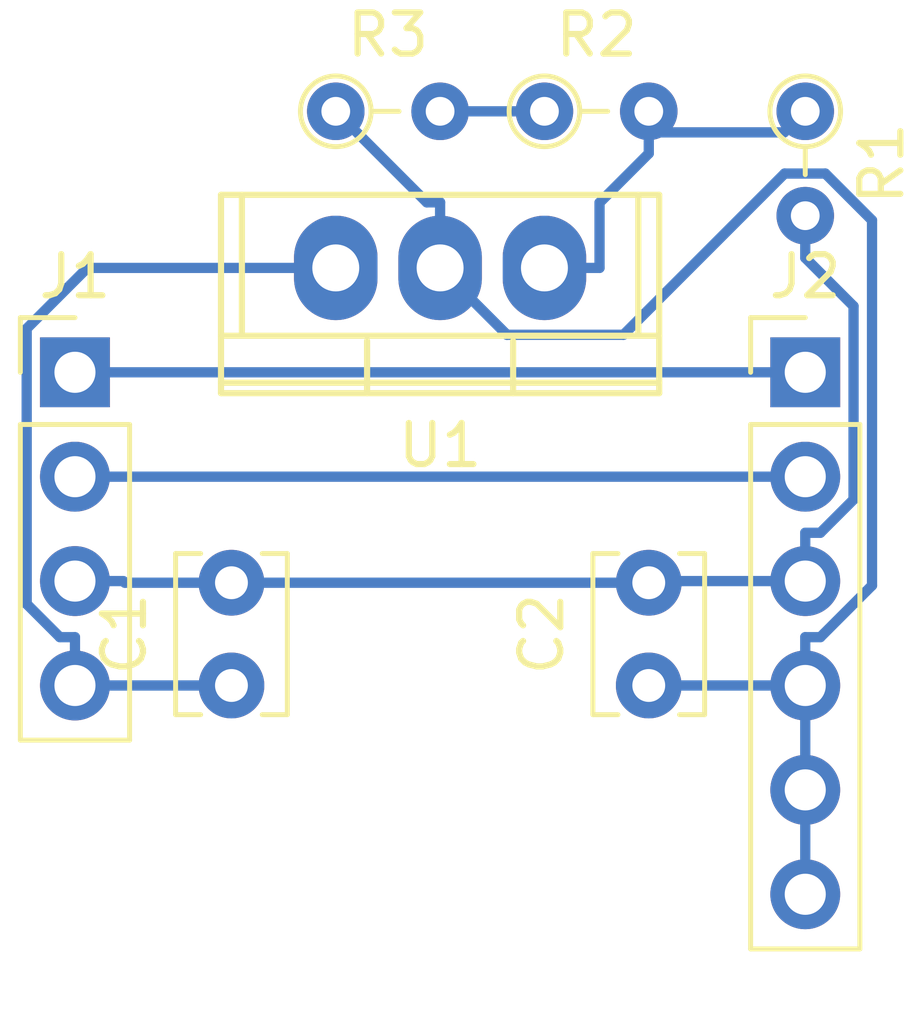
<source format=kicad_pcb>
(kicad_pcb (version 4) (host pcbnew 4.0.7)

  (general
    (links 16)
    (no_connects 0)
    (area 150.374999 101.305 173.115 126.595)
    (thickness 1.6)
    (drawings 0)
    (tracks 44)
    (zones 0)
    (modules 8)
    (nets 8)
  )

  (page A4)
  (layers
    (0 F.Cu signal)
    (31 B.Cu signal)
    (32 B.Adhes user)
    (33 F.Adhes user)
    (34 B.Paste user)
    (35 F.Paste user)
    (36 B.SilkS user)
    (37 F.SilkS user)
    (38 B.Mask user)
    (39 F.Mask user)
    (40 Dwgs.User user)
    (41 Cmts.User user)
    (42 Eco1.User user)
    (43 Eco2.User user)
    (44 Edge.Cuts user)
    (45 Margin user)
    (46 B.CrtYd user)
    (47 F.CrtYd user)
    (48 B.Fab user)
    (49 F.Fab user)
  )

  (setup
    (last_trace_width 0.25)
    (trace_clearance 0.2)
    (zone_clearance 0.508)
    (zone_45_only no)
    (trace_min 0.2)
    (segment_width 0.2)
    (edge_width 0.15)
    (via_size 0.6)
    (via_drill 0.4)
    (via_min_size 0.4)
    (via_min_drill 0.3)
    (uvia_size 0.3)
    (uvia_drill 0.1)
    (uvias_allowed no)
    (uvia_min_size 0.2)
    (uvia_min_drill 0.1)
    (pcb_text_width 0.3)
    (pcb_text_size 1.5 1.5)
    (mod_edge_width 0.15)
    (mod_text_size 1 1)
    (mod_text_width 0.15)
    (pad_size 1.524 1.524)
    (pad_drill 0.762)
    (pad_to_mask_clearance 0.2)
    (aux_axis_origin 0 0)
    (visible_elements FFFFFF7F)
    (pcbplotparams
      (layerselection 0x00030_80000001)
      (usegerberextensions false)
      (excludeedgelayer true)
      (linewidth 0.100000)
      (plotframeref false)
      (viasonmask false)
      (mode 1)
      (useauxorigin false)
      (hpglpennumber 1)
      (hpglpenspeed 20)
      (hpglpendiameter 15)
      (hpglpenoverlay 2)
      (psnegative false)
      (psa4output false)
      (plotreference true)
      (plotvalue true)
      (plotinvisibletext false)
      (padsonsilk false)
      (subtractmaskfromsilk false)
      (outputformat 1)
      (mirror false)
      (drillshape 1)
      (scaleselection 1)
      (outputdirectory ""))
  )

  (net 0 "")
  (net 1 +5V)
  (net 2 GND)
  (net 3 "Net-(C2-Pad1)")
  (net 4 "Net-(J1-Pad1)")
  (net 5 "Net-(J1-Pad2)")
  (net 6 "Net-(R2-Pad1)")
  (net 7 "Net-(R1-Pad1)")

  (net_class Default "これは標準のネット クラスです。"
    (clearance 0.2)
    (trace_width 0.25)
    (via_dia 0.6)
    (via_drill 0.4)
    (uvia_dia 0.3)
    (uvia_drill 0.1)
    (add_net +5V)
    (add_net GND)
    (add_net "Net-(C2-Pad1)")
    (add_net "Net-(J1-Pad1)")
    (add_net "Net-(J1-Pad2)")
    (add_net "Net-(R1-Pad1)")
    (add_net "Net-(R2-Pad1)")
  )

  (module Capacitors_THT:C_Disc_D3.8mm_W2.6mm_P2.50mm (layer F.Cu) (tedit 597BC7C2) (tstamp 5A34F329)
    (at 156.21 118.11 90)
    (descr "C, Disc series, Radial, pin pitch=2.50mm, , diameter*width=3.8*2.6mm^2, Capacitor, http://www.vishay.com/docs/45233/krseries.pdf")
    (tags "C Disc series Radial pin pitch 2.50mm  diameter 3.8mm width 2.6mm Capacitor")
    (path /5A34EFF3)
    (fp_text reference C1 (at 1.25 -2.61 90) (layer F.SilkS)
      (effects (font (size 1 1) (thickness 0.15)))
    )
    (fp_text value 104 (at 1.25 2.61 90) (layer F.Fab)
      (effects (font (size 1 1) (thickness 0.15)))
    )
    (fp_line (start -0.65 -1.3) (end -0.65 1.3) (layer F.Fab) (width 0.1))
    (fp_line (start -0.65 1.3) (end 3.15 1.3) (layer F.Fab) (width 0.1))
    (fp_line (start 3.15 1.3) (end 3.15 -1.3) (layer F.Fab) (width 0.1))
    (fp_line (start 3.15 -1.3) (end -0.65 -1.3) (layer F.Fab) (width 0.1))
    (fp_line (start -0.71 -1.36) (end 3.21 -1.36) (layer F.SilkS) (width 0.12))
    (fp_line (start -0.71 1.36) (end 3.21 1.36) (layer F.SilkS) (width 0.12))
    (fp_line (start -0.71 -1.36) (end -0.71 -0.75) (layer F.SilkS) (width 0.12))
    (fp_line (start -0.71 0.75) (end -0.71 1.36) (layer F.SilkS) (width 0.12))
    (fp_line (start 3.21 -1.36) (end 3.21 -0.75) (layer F.SilkS) (width 0.12))
    (fp_line (start 3.21 0.75) (end 3.21 1.36) (layer F.SilkS) (width 0.12))
    (fp_line (start -1.05 -1.65) (end -1.05 1.65) (layer F.CrtYd) (width 0.05))
    (fp_line (start -1.05 1.65) (end 3.55 1.65) (layer F.CrtYd) (width 0.05))
    (fp_line (start 3.55 1.65) (end 3.55 -1.65) (layer F.CrtYd) (width 0.05))
    (fp_line (start 3.55 -1.65) (end -1.05 -1.65) (layer F.CrtYd) (width 0.05))
    (fp_text user %R (at 1.25 0 90) (layer F.Fab)
      (effects (font (size 1 1) (thickness 0.15)))
    )
    (pad 1 thru_hole circle (at 0 0 90) (size 1.6 1.6) (drill 0.8) (layers *.Cu *.Mask)
      (net 1 +5V))
    (pad 2 thru_hole circle (at 2.5 0 90) (size 1.6 1.6) (drill 0.8) (layers *.Cu *.Mask)
      (net 2 GND))
    (model ${KISYS3DMOD}/Capacitors_THT.3dshapes/C_Disc_D3.8mm_W2.6mm_P2.50mm.wrl
      (at (xyz 0 0 0))
      (scale (xyz 1 1 1))
      (rotate (xyz 0 0 0))
    )
  )

  (module Capacitors_THT:C_Disc_D3.8mm_W2.6mm_P2.50mm (layer F.Cu) (tedit 597BC7C2) (tstamp 5A34F32F)
    (at 166.37 118.11 90)
    (descr "C, Disc series, Radial, pin pitch=2.50mm, , diameter*width=3.8*2.6mm^2, Capacitor, http://www.vishay.com/docs/45233/krseries.pdf")
    (tags "C Disc series Radial pin pitch 2.50mm  diameter 3.8mm width 2.6mm Capacitor")
    (path /5A34F112)
    (fp_text reference C2 (at 1.25 -2.61 90) (layer F.SilkS)
      (effects (font (size 1 1) (thickness 0.15)))
    )
    (fp_text value 104 (at 1.25 2.61 90) (layer F.Fab)
      (effects (font (size 1 1) (thickness 0.15)))
    )
    (fp_line (start -0.65 -1.3) (end -0.65 1.3) (layer F.Fab) (width 0.1))
    (fp_line (start -0.65 1.3) (end 3.15 1.3) (layer F.Fab) (width 0.1))
    (fp_line (start 3.15 1.3) (end 3.15 -1.3) (layer F.Fab) (width 0.1))
    (fp_line (start 3.15 -1.3) (end -0.65 -1.3) (layer F.Fab) (width 0.1))
    (fp_line (start -0.71 -1.36) (end 3.21 -1.36) (layer F.SilkS) (width 0.12))
    (fp_line (start -0.71 1.36) (end 3.21 1.36) (layer F.SilkS) (width 0.12))
    (fp_line (start -0.71 -1.36) (end -0.71 -0.75) (layer F.SilkS) (width 0.12))
    (fp_line (start -0.71 0.75) (end -0.71 1.36) (layer F.SilkS) (width 0.12))
    (fp_line (start 3.21 -1.36) (end 3.21 -0.75) (layer F.SilkS) (width 0.12))
    (fp_line (start 3.21 0.75) (end 3.21 1.36) (layer F.SilkS) (width 0.12))
    (fp_line (start -1.05 -1.65) (end -1.05 1.65) (layer F.CrtYd) (width 0.05))
    (fp_line (start -1.05 1.65) (end 3.55 1.65) (layer F.CrtYd) (width 0.05))
    (fp_line (start 3.55 1.65) (end 3.55 -1.65) (layer F.CrtYd) (width 0.05))
    (fp_line (start 3.55 -1.65) (end -1.05 -1.65) (layer F.CrtYd) (width 0.05))
    (fp_text user %R (at 1.25 0 90) (layer F.Fab)
      (effects (font (size 1 1) (thickness 0.15)))
    )
    (pad 1 thru_hole circle (at 0 0 90) (size 1.6 1.6) (drill 0.8) (layers *.Cu *.Mask)
      (net 3 "Net-(C2-Pad1)"))
    (pad 2 thru_hole circle (at 2.5 0 90) (size 1.6 1.6) (drill 0.8) (layers *.Cu *.Mask)
      (net 2 GND))
    (model ${KISYS3DMOD}/Capacitors_THT.3dshapes/C_Disc_D3.8mm_W2.6mm_P2.50mm.wrl
      (at (xyz 0 0 0))
      (scale (xyz 1 1 1))
      (rotate (xyz 0 0 0))
    )
  )

  (module Pin_Headers:Pin_Header_Straight_1x04_Pitch2.54mm (layer F.Cu) (tedit 59650532) (tstamp 5A34F337)
    (at 152.4 110.49)
    (descr "Through hole straight pin header, 1x04, 2.54mm pitch, single row")
    (tags "Through hole pin header THT 1x04 2.54mm single row")
    (path /5A34EABE)
    (fp_text reference J1 (at 0 -2.33) (layer F.SilkS)
      (effects (font (size 1 1) (thickness 0.15)))
    )
    (fp_text value IN (at 0 9.95) (layer F.Fab)
      (effects (font (size 1 1) (thickness 0.15)))
    )
    (fp_line (start -0.635 -1.27) (end 1.27 -1.27) (layer F.Fab) (width 0.1))
    (fp_line (start 1.27 -1.27) (end 1.27 8.89) (layer F.Fab) (width 0.1))
    (fp_line (start 1.27 8.89) (end -1.27 8.89) (layer F.Fab) (width 0.1))
    (fp_line (start -1.27 8.89) (end -1.27 -0.635) (layer F.Fab) (width 0.1))
    (fp_line (start -1.27 -0.635) (end -0.635 -1.27) (layer F.Fab) (width 0.1))
    (fp_line (start -1.33 8.95) (end 1.33 8.95) (layer F.SilkS) (width 0.12))
    (fp_line (start -1.33 1.27) (end -1.33 8.95) (layer F.SilkS) (width 0.12))
    (fp_line (start 1.33 1.27) (end 1.33 8.95) (layer F.SilkS) (width 0.12))
    (fp_line (start -1.33 1.27) (end 1.33 1.27) (layer F.SilkS) (width 0.12))
    (fp_line (start -1.33 0) (end -1.33 -1.33) (layer F.SilkS) (width 0.12))
    (fp_line (start -1.33 -1.33) (end 0 -1.33) (layer F.SilkS) (width 0.12))
    (fp_line (start -1.8 -1.8) (end -1.8 9.4) (layer F.CrtYd) (width 0.05))
    (fp_line (start -1.8 9.4) (end 1.8 9.4) (layer F.CrtYd) (width 0.05))
    (fp_line (start 1.8 9.4) (end 1.8 -1.8) (layer F.CrtYd) (width 0.05))
    (fp_line (start 1.8 -1.8) (end -1.8 -1.8) (layer F.CrtYd) (width 0.05))
    (fp_text user %R (at 0 3.81 90) (layer F.Fab)
      (effects (font (size 1 1) (thickness 0.15)))
    )
    (pad 1 thru_hole rect (at 0 0) (size 1.7 1.7) (drill 1) (layers *.Cu *.Mask)
      (net 4 "Net-(J1-Pad1)"))
    (pad 2 thru_hole oval (at 0 2.54) (size 1.7 1.7) (drill 1) (layers *.Cu *.Mask)
      (net 5 "Net-(J1-Pad2)"))
    (pad 3 thru_hole oval (at 0 5.08) (size 1.7 1.7) (drill 1) (layers *.Cu *.Mask)
      (net 2 GND))
    (pad 4 thru_hole oval (at 0 7.62) (size 1.7 1.7) (drill 1) (layers *.Cu *.Mask)
      (net 1 +5V))
    (model ${KISYS3DMOD}/Pin_Headers.3dshapes/Pin_Header_Straight_1x04_Pitch2.54mm.wrl
      (at (xyz 0 0 0))
      (scale (xyz 1 1 1))
      (rotate (xyz 0 0 0))
    )
  )

  (module Pin_Headers:Pin_Header_Straight_1x06_Pitch2.54mm (layer F.Cu) (tedit 59650532) (tstamp 5A34F341)
    (at 170.18 110.49)
    (descr "Through hole straight pin header, 1x06, 2.54mm pitch, single row")
    (tags "Through hole pin header THT 1x06 2.54mm single row")
    (path /5A34EB6B)
    (fp_text reference J2 (at 0 -2.33) (layer F.SilkS)
      (effects (font (size 1 1) (thickness 0.15)))
    )
    (fp_text value OUT (at 0 15.03) (layer F.Fab)
      (effects (font (size 1 1) (thickness 0.15)))
    )
    (fp_line (start -0.635 -1.27) (end 1.27 -1.27) (layer F.Fab) (width 0.1))
    (fp_line (start 1.27 -1.27) (end 1.27 13.97) (layer F.Fab) (width 0.1))
    (fp_line (start 1.27 13.97) (end -1.27 13.97) (layer F.Fab) (width 0.1))
    (fp_line (start -1.27 13.97) (end -1.27 -0.635) (layer F.Fab) (width 0.1))
    (fp_line (start -1.27 -0.635) (end -0.635 -1.27) (layer F.Fab) (width 0.1))
    (fp_line (start -1.33 14.03) (end 1.33 14.03) (layer F.SilkS) (width 0.12))
    (fp_line (start -1.33 1.27) (end -1.33 14.03) (layer F.SilkS) (width 0.12))
    (fp_line (start 1.33 1.27) (end 1.33 14.03) (layer F.SilkS) (width 0.12))
    (fp_line (start -1.33 1.27) (end 1.33 1.27) (layer F.SilkS) (width 0.12))
    (fp_line (start -1.33 0) (end -1.33 -1.33) (layer F.SilkS) (width 0.12))
    (fp_line (start -1.33 -1.33) (end 0 -1.33) (layer F.SilkS) (width 0.12))
    (fp_line (start -1.8 -1.8) (end -1.8 14.5) (layer F.CrtYd) (width 0.05))
    (fp_line (start -1.8 14.5) (end 1.8 14.5) (layer F.CrtYd) (width 0.05))
    (fp_line (start 1.8 14.5) (end 1.8 -1.8) (layer F.CrtYd) (width 0.05))
    (fp_line (start 1.8 -1.8) (end -1.8 -1.8) (layer F.CrtYd) (width 0.05))
    (fp_text user %R (at 0 6.35 90) (layer F.Fab)
      (effects (font (size 1 1) (thickness 0.15)))
    )
    (pad 1 thru_hole rect (at 0 0) (size 1.7 1.7) (drill 1) (layers *.Cu *.Mask)
      (net 4 "Net-(J1-Pad1)"))
    (pad 2 thru_hole oval (at 0 2.54) (size 1.7 1.7) (drill 1) (layers *.Cu *.Mask)
      (net 5 "Net-(J1-Pad2)"))
    (pad 3 thru_hole oval (at 0 5.08) (size 1.7 1.7) (drill 1) (layers *.Cu *.Mask)
      (net 2 GND))
    (pad 4 thru_hole oval (at 0 7.62) (size 1.7 1.7) (drill 1) (layers *.Cu *.Mask)
      (net 3 "Net-(C2-Pad1)"))
    (pad 5 thru_hole oval (at 0 10.16) (size 1.7 1.7) (drill 1) (layers *.Cu *.Mask)
      (net 3 "Net-(C2-Pad1)"))
    (pad 6 thru_hole oval (at 0 12.7) (size 1.7 1.7) (drill 1) (layers *.Cu *.Mask)
      (net 3 "Net-(C2-Pad1)"))
    (model ${KISYS3DMOD}/Pin_Headers.3dshapes/Pin_Header_Straight_1x06_Pitch2.54mm.wrl
      (at (xyz 0 0 0))
      (scale (xyz 1 1 1))
      (rotate (xyz 0 0 0))
    )
  )

  (module Resistors_THT:R_Axial_DIN0204_L3.6mm_D1.6mm_P2.54mm_Vertical (layer F.Cu) (tedit 5874F706) (tstamp 5A34F347)
    (at 170.18 104.14 270)
    (descr "Resistor, Axial_DIN0204 series, Axial, Vertical, pin pitch=2.54mm, 0.16666666666666666W = 1/6W, length*diameter=3.6*1.6mm^2, http://cdn-reichelt.de/documents/datenblatt/B400/1_4W%23YAG.pdf")
    (tags "Resistor Axial_DIN0204 series Axial Vertical pin pitch 2.54mm 0.16666666666666666W = 1/6W length 3.6mm diameter 1.6mm")
    (path /5A34ED94)
    (fp_text reference R1 (at 1.27 -1.86 270) (layer F.SilkS)
      (effects (font (size 1 1) (thickness 0.15)))
    )
    (fp_text value 1K (at 1.27 1.86 270) (layer F.Fab)
      (effects (font (size 1 1) (thickness 0.15)))
    )
    (fp_circle (center 0 0) (end 0.8 0) (layer F.Fab) (width 0.1))
    (fp_circle (center 0 0) (end 0.86 0) (layer F.SilkS) (width 0.12))
    (fp_line (start 0 0) (end 2.54 0) (layer F.Fab) (width 0.1))
    (fp_line (start 0.86 0) (end 1.54 0) (layer F.SilkS) (width 0.12))
    (fp_line (start -1.15 -1.15) (end -1.15 1.15) (layer F.CrtYd) (width 0.05))
    (fp_line (start -1.15 1.15) (end 3.55 1.15) (layer F.CrtYd) (width 0.05))
    (fp_line (start 3.55 1.15) (end 3.55 -1.15) (layer F.CrtYd) (width 0.05))
    (fp_line (start 3.55 -1.15) (end -1.15 -1.15) (layer F.CrtYd) (width 0.05))
    (pad 1 thru_hole circle (at 0 0 270) (size 1.4 1.4) (drill 0.7) (layers *.Cu *.Mask)
      (net 7 "Net-(R1-Pad1)"))
    (pad 2 thru_hole oval (at 2.54 0 270) (size 1.4 1.4) (drill 0.7) (layers *.Cu *.Mask)
      (net 2 GND))
    (model ${KISYS3DMOD}/Resistors_THT.3dshapes/R_Axial_DIN0204_L3.6mm_D1.6mm_P2.54mm_Vertical.wrl
      (at (xyz 0 0 0))
      (scale (xyz 0.393701 0.393701 0.393701))
      (rotate (xyz 0 0 0))
    )
  )

  (module Resistors_THT:R_Axial_DIN0204_L3.6mm_D1.6mm_P2.54mm_Vertical (layer F.Cu) (tedit 5874F706) (tstamp 5A34F34D)
    (at 163.83 104.14)
    (descr "Resistor, Axial_DIN0204 series, Axial, Vertical, pin pitch=2.54mm, 0.16666666666666666W = 1/6W, length*diameter=3.6*1.6mm^2, http://cdn-reichelt.de/documents/datenblatt/B400/1_4W%23YAG.pdf")
    (tags "Resistor Axial_DIN0204 series Axial Vertical pin pitch 2.54mm 0.16666666666666666W = 1/6W length 3.6mm diameter 1.6mm")
    (path /5A34EE53)
    (fp_text reference R2 (at 1.27 -1.86) (layer F.SilkS)
      (effects (font (size 1 1) (thickness 0.15)))
    )
    (fp_text value 220 (at 1.27 1.86) (layer F.Fab)
      (effects (font (size 1 1) (thickness 0.15)))
    )
    (fp_circle (center 0 0) (end 0.8 0) (layer F.Fab) (width 0.1))
    (fp_circle (center 0 0) (end 0.86 0) (layer F.SilkS) (width 0.12))
    (fp_line (start 0 0) (end 2.54 0) (layer F.Fab) (width 0.1))
    (fp_line (start 0.86 0) (end 1.54 0) (layer F.SilkS) (width 0.12))
    (fp_line (start -1.15 -1.15) (end -1.15 1.15) (layer F.CrtYd) (width 0.05))
    (fp_line (start -1.15 1.15) (end 3.55 1.15) (layer F.CrtYd) (width 0.05))
    (fp_line (start 3.55 1.15) (end 3.55 -1.15) (layer F.CrtYd) (width 0.05))
    (fp_line (start 3.55 -1.15) (end -1.15 -1.15) (layer F.CrtYd) (width 0.05))
    (pad 1 thru_hole circle (at 0 0) (size 1.4 1.4) (drill 0.7) (layers *.Cu *.Mask)
      (net 6 "Net-(R2-Pad1)"))
    (pad 2 thru_hole oval (at 2.54 0) (size 1.4 1.4) (drill 0.7) (layers *.Cu *.Mask)
      (net 7 "Net-(R1-Pad1)"))
    (model ${KISYS3DMOD}/Resistors_THT.3dshapes/R_Axial_DIN0204_L3.6mm_D1.6mm_P2.54mm_Vertical.wrl
      (at (xyz 0 0 0))
      (scale (xyz 0.393701 0.393701 0.393701))
      (rotate (xyz 0 0 0))
    )
  )

  (module Resistors_THT:R_Axial_DIN0204_L3.6mm_D1.6mm_P2.54mm_Vertical (layer F.Cu) (tedit 5A34FA0B) (tstamp 5A34F353)
    (at 158.75 104.14)
    (descr "Resistor, Axial_DIN0204 series, Axial, Vertical, pin pitch=2.54mm, 0.16666666666666666W = 1/6W, length*diameter=3.6*1.6mm^2, http://cdn-reichelt.de/documents/datenblatt/B400/1_4W%23YAG.pdf")
    (tags "Resistor Axial_DIN0204 series Axial Vertical pin pitch 2.54mm 0.16666666666666666W = 1/6W length 3.6mm diameter 1.6mm")
    (path /5A34EE83)
    (fp_text reference R3 (at 1.27 -1.86) (layer F.SilkS)
      (effects (font (size 1 1) (thickness 0.15)))
    )
    (fp_text value 330 (at 1.27 1.86 180) (layer F.Fab)
      (effects (font (size 1 1) (thickness 0.15)))
    )
    (fp_circle (center 0 0) (end 0.8 0) (layer F.Fab) (width 0.1))
    (fp_circle (center 0 0) (end 0.86 0) (layer F.SilkS) (width 0.12))
    (fp_line (start 0 0) (end 2.54 0) (layer F.Fab) (width 0.1))
    (fp_line (start 0.86 0) (end 1.54 0) (layer F.SilkS) (width 0.12))
    (fp_line (start -1.15 -1.15) (end -1.15 1.15) (layer F.CrtYd) (width 0.05))
    (fp_line (start -1.15 1.15) (end 3.55 1.15) (layer F.CrtYd) (width 0.05))
    (fp_line (start 3.55 1.15) (end 3.55 -1.15) (layer F.CrtYd) (width 0.05))
    (fp_line (start 3.55 -1.15) (end -1.15 -1.15) (layer F.CrtYd) (width 0.05))
    (pad 1 thru_hole circle (at 0 0) (size 1.4 1.4) (drill 0.7) (layers *.Cu *.Mask)
      (net 3 "Net-(C2-Pad1)"))
    (pad 2 thru_hole oval (at 2.54 0) (size 1.4 1.4) (drill 0.7) (layers *.Cu *.Mask)
      (net 6 "Net-(R2-Pad1)"))
    (model ${KISYS3DMOD}/Resistors_THT.3dshapes/R_Axial_DIN0204_L3.6mm_D1.6mm_P2.54mm_Vertical.wrl
      (at (xyz 0 0 0))
      (scale (xyz 0.393701 0.393701 0.393701))
      (rotate (xyz 0 0 0))
    )
  )

  (module Power_Integrations:TO-220 (layer F.Cu) (tedit 0) (tstamp 5A34F35A)
    (at 161.29 107.95 180)
    (descr "Non Isolated JEDEC TO-220 Package")
    (tags "Power Integration YN Package")
    (path /5A34EBEB)
    (fp_text reference U1 (at 0 -4.318 180) (layer F.SilkS)
      (effects (font (size 1 1) (thickness 0.15)))
    )
    (fp_text value LM317T (at 0 -4.318 180) (layer F.Fab)
      (effects (font (size 1 1) (thickness 0.15)))
    )
    (fp_line (start 4.826 -1.651) (end 4.826 1.778) (layer F.SilkS) (width 0.15))
    (fp_line (start -4.826 -1.651) (end -4.826 1.778) (layer F.SilkS) (width 0.15))
    (fp_line (start 5.334 -2.794) (end -5.334 -2.794) (layer F.SilkS) (width 0.15))
    (fp_line (start 1.778 -1.778) (end 1.778 -3.048) (layer F.SilkS) (width 0.15))
    (fp_line (start -1.778 -1.778) (end -1.778 -3.048) (layer F.SilkS) (width 0.15))
    (fp_line (start -5.334 -1.651) (end 5.334 -1.651) (layer F.SilkS) (width 0.15))
    (fp_line (start 5.334 1.778) (end -5.334 1.778) (layer F.SilkS) (width 0.15))
    (fp_line (start -5.334 -3.048) (end -5.334 1.778) (layer F.SilkS) (width 0.15))
    (fp_line (start 5.334 -3.048) (end 5.334 1.778) (layer F.SilkS) (width 0.15))
    (fp_line (start 5.334 -3.048) (end -5.334 -3.048) (layer F.SilkS) (width 0.15))
    (pad 2 thru_hole oval (at 0 0 180) (size 2.032 2.54) (drill 1.143) (layers *.Cu *.Mask)
      (net 3 "Net-(C2-Pad1)"))
    (pad 3 thru_hole oval (at 2.54 0 180) (size 2.032 2.54) (drill 1.143) (layers *.Cu *.Mask)
      (net 1 +5V))
    (pad 1 thru_hole oval (at -2.54 0 180) (size 2.032 2.54) (drill 1.143) (layers *.Cu *.Mask)
      (net 7 "Net-(R1-Pad1)"))
  )

  (segment (start 152.4 118.11) (end 156.21 118.11) (width 0.25) (layer B.Cu) (net 1))
  (segment (start 152.0326 116.9347) (end 152.4 116.9347) (width 0.25) (layer B.Cu) (net 1))
  (segment (start 151.2247 116.1268) (end 152.0326 116.9347) (width 0.25) (layer B.Cu) (net 1))
  (segment (start 151.2247 109.4274) (end 151.2247 116.1268) (width 0.25) (layer B.Cu) (net 1))
  (segment (start 152.7021 107.95) (end 151.2247 109.4274) (width 0.25) (layer B.Cu) (net 1))
  (segment (start 158.75 107.95) (end 152.7021 107.95) (width 0.25) (layer B.Cu) (net 1))
  (segment (start 152.4 118.11) (end 152.4 116.9347) (width 0.25) (layer B.Cu) (net 1))
  (segment (start 170.5474 114.3947) (end 170.18 114.3947) (width 0.25) (layer B.Cu) (net 2))
  (segment (start 171.3553 113.5868) (end 170.5474 114.3947) (width 0.25) (layer B.Cu) (net 2))
  (segment (start 171.3553 108.8806) (end 171.3553 113.5868) (width 0.25) (layer B.Cu) (net 2))
  (segment (start 170.18 107.7053) (end 171.3553 108.8806) (width 0.25) (layer B.Cu) (net 2))
  (segment (start 170.18 106.68) (end 170.18 107.7053) (width 0.25) (layer B.Cu) (net 2))
  (segment (start 170.18 115.57) (end 170.18 114.3947) (width 0.25) (layer B.Cu) (net 2))
  (segment (start 153.6153 115.61) (end 153.5753 115.57) (width 0.25) (layer B.Cu) (net 2))
  (segment (start 156.21 115.61) (end 153.6153 115.61) (width 0.25) (layer B.Cu) (net 2))
  (segment (start 152.4 115.57) (end 153.5753 115.57) (width 0.25) (layer B.Cu) (net 2))
  (segment (start 166.41 115.57) (end 166.37 115.61) (width 0.25) (layer B.Cu) (net 2))
  (segment (start 170.18 115.57) (end 166.41 115.57) (width 0.25) (layer B.Cu) (net 2))
  (segment (start 166.37 115.61) (end 156.21 115.61) (width 0.25) (layer B.Cu) (net 2))
  (segment (start 166.37 118.11) (end 170.18 118.11) (width 0.25) (layer B.Cu) (net 3))
  (segment (start 170.18 118.11) (end 170.18 116.9347) (width 0.25) (layer B.Cu) (net 3))
  (segment (start 162.9172 109.5772) (end 161.29 107.95) (width 0.25) (layer B.Cu) (net 3))
  (segment (start 165.7542 109.5772) (end 162.9172 109.5772) (width 0.25) (layer B.Cu) (net 3))
  (segment (start 169.6768 105.6546) (end 165.7542 109.5772) (width 0.25) (layer B.Cu) (net 3))
  (segment (start 170.6689 105.6546) (end 169.6768 105.6546) (width 0.25) (layer B.Cu) (net 3))
  (segment (start 171.8057 106.7914) (end 170.6689 105.6546) (width 0.25) (layer B.Cu) (net 3))
  (segment (start 171.8057 115.6763) (end 171.8057 106.7914) (width 0.25) (layer B.Cu) (net 3))
  (segment (start 170.5473 116.9347) (end 171.8057 115.6763) (width 0.25) (layer B.Cu) (net 3))
  (segment (start 170.18 116.9347) (end 170.5473 116.9347) (width 0.25) (layer B.Cu) (net 3))
  (segment (start 160.9647 106.3547) (end 161.29 106.3547) (width 0.25) (layer B.Cu) (net 3))
  (segment (start 158.75 104.14) (end 160.9647 106.3547) (width 0.25) (layer B.Cu) (net 3))
  (segment (start 161.29 107.95) (end 161.29 106.3547) (width 0.25) (layer B.Cu) (net 3))
  (segment (start 170.18 118.11) (end 170.18 120.65) (width 0.25) (layer B.Cu) (net 3))
  (segment (start 170.18 120.65) (end 170.18 123.19) (width 0.25) (layer B.Cu) (net 3))
  (segment (start 170.18 110.49) (end 152.4 110.49) (width 0.25) (layer B.Cu) (net 4))
  (segment (start 170.18 113.03) (end 152.4 113.03) (width 0.25) (layer B.Cu) (net 5))
  (segment (start 161.29 104.14) (end 163.83 104.14) (width 0.25) (layer B.Cu) (net 6))
  (segment (start 165.1713 106.364) (end 166.37 105.1653) (width 0.25) (layer B.Cu) (net 7))
  (segment (start 165.1713 107.95) (end 165.1713 106.364) (width 0.25) (layer B.Cu) (net 7))
  (segment (start 163.83 107.95) (end 165.1713 107.95) (width 0.25) (layer B.Cu) (net 7))
  (segment (start 166.37 104.14) (end 166.37 104.6526) (width 0.25) (layer B.Cu) (net 7))
  (segment (start 166.37 104.6526) (end 166.37 105.1653) (width 0.25) (layer B.Cu) (net 7))
  (segment (start 169.6674 104.6526) (end 170.18 104.14) (width 0.25) (layer B.Cu) (net 7))
  (segment (start 166.37 104.6526) (end 169.6674 104.6526) (width 0.25) (layer B.Cu) (net 7))

)

</source>
